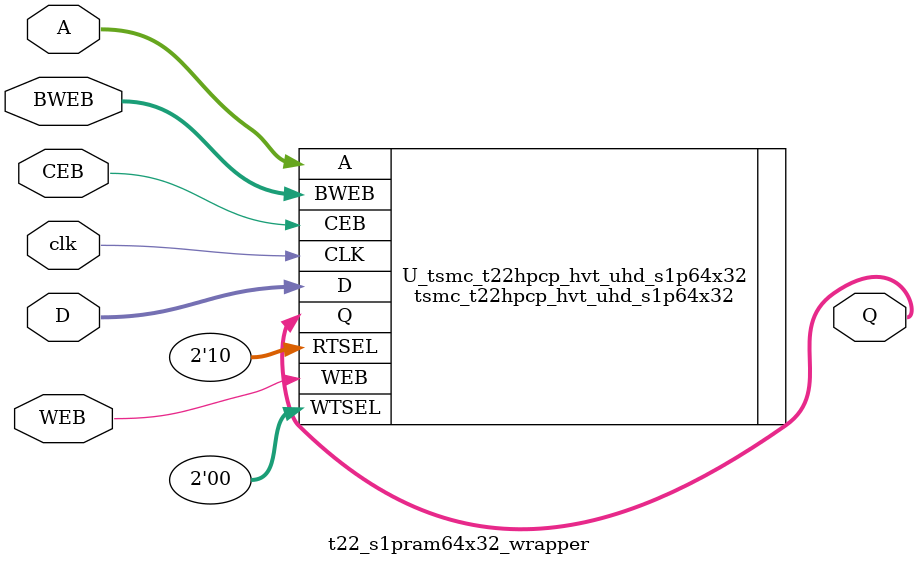
<source format=v>
module t22_s1pram64x32_wrapper (
    input clk,
    input CEB,
    input WEB,
    input [31:0] BWEB,
    input [5:0] A,
    input [31:0] D,
    output [31:0] Q
);

    tsmc_t22hpcp_hvt_uhd_s1p64x32 U_tsmc_t22hpcp_hvt_uhd_s1p64x32(
	.CLK(clk),
	.CEB(CEB),
	.WEB(WEB),
	.BWEB(BWEB),
	.A(A),
	.D(D),
	.Q(Q),
	.RTSEL(2'b10),
	.WTSEL(2'b00)
    );
endmodule

</source>
